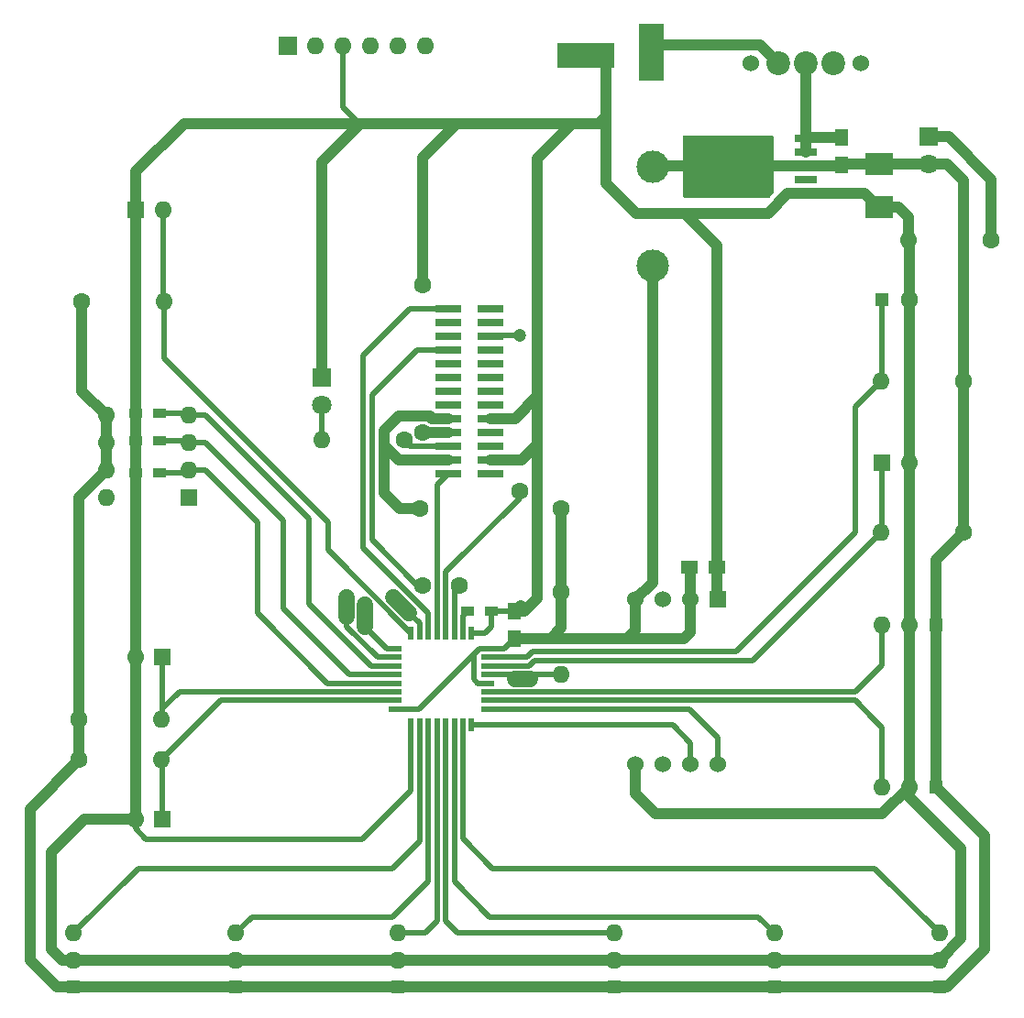
<source format=gbr>
G04 #@! TF.FileFunction,Copper,L2,Bot,Signal*
%FSLAX46Y46*%
G04 Gerber Fmt 4.6, Leading zero omitted, Abs format (unit mm)*
G04 Created by KiCad (PCBNEW 4.0.6) date 08/09/17 10:07:34*
%MOMM*%
%LPD*%
G01*
G04 APERTURE LIST*
%ADD10C,0.100000*%
%ADD11R,1.200000X0.600000*%
%ADD12R,0.600000X1.200000*%
%ADD13R,2.400000X0.750000*%
%ADD14R,1.524000X1.524000*%
%ADD15R,1.500000X1.250000*%
%ADD16R,1.250000X1.500000*%
%ADD17R,2.500000X2.000000*%
%ADD18R,1.800000X1.800000*%
%ADD19C,1.800000*%
%ADD20R,1.200000X1.200000*%
%ADD21C,1.600000*%
%ADD22R,1.600000X1.600000*%
%ADD23O,1.600000X1.600000*%
%ADD24R,1.200000X0.900000*%
%ADD25R,2.123950X0.680000*%
%ADD26R,3.749550X5.699760*%
%ADD27C,1.524000*%
%ADD28C,2.200000*%
%ADD29R,1.700000X1.700000*%
%ADD30C,3.000000*%
%ADD31C,1.200000*%
%ADD32C,1.000000*%
%ADD33C,0.500000*%
%ADD34C,0.400000*%
%ADD35C,1.500000*%
%ADD36C,0.254000*%
G04 APERTURE END LIST*
D10*
D11*
X98250000Y-129700000D03*
X98250000Y-130500000D03*
X98250000Y-131300000D03*
X98250000Y-132100000D03*
X98250000Y-132900000D03*
X98250000Y-133700000D03*
X98250000Y-134500000D03*
X98250000Y-135300000D03*
D12*
X96800000Y-136750000D03*
X96000000Y-136750000D03*
X95200000Y-136750000D03*
X94400000Y-136750000D03*
X93600000Y-136750000D03*
X92800000Y-136750000D03*
X92000000Y-136750000D03*
X91200000Y-136750000D03*
D11*
X89750000Y-135300000D03*
X89750000Y-134500000D03*
X89750000Y-133700000D03*
X89750000Y-132900000D03*
X89750000Y-132100000D03*
X89750000Y-131300000D03*
X89750000Y-130500000D03*
X89750000Y-129700000D03*
D12*
X91200000Y-128250000D03*
X92000000Y-128250000D03*
X92800000Y-128250000D03*
X93600000Y-128250000D03*
X94400000Y-128250000D03*
X95200000Y-128250000D03*
X96000000Y-128250000D03*
X96800000Y-128250000D03*
D13*
X94650000Y-98280000D03*
X98550000Y-98280000D03*
X94650000Y-99550000D03*
X98550000Y-99550000D03*
X94650000Y-100820000D03*
X98550000Y-100820000D03*
X94650000Y-102090000D03*
X98550000Y-102090000D03*
X94650000Y-103360000D03*
X98550000Y-103360000D03*
X94650000Y-104630000D03*
X98550000Y-104630000D03*
X94650000Y-105900000D03*
X98550000Y-105900000D03*
X94650000Y-107170000D03*
X98550000Y-107170000D03*
X94650000Y-108440000D03*
X98550000Y-108440000D03*
X94650000Y-109710000D03*
X98550000Y-109710000D03*
X94650000Y-110980000D03*
X98550000Y-110980000D03*
X94650000Y-112250000D03*
X98550000Y-112250000D03*
X94650000Y-113520000D03*
X98550000Y-113520000D03*
D14*
X113775000Y-76500000D03*
X113025000Y-76500000D03*
X113775000Y-75750000D03*
X113025000Y-75750000D03*
X113775000Y-75000000D03*
X113025000Y-75000000D03*
X113775000Y-74250000D03*
X113025000Y-74250000D03*
X113775000Y-73500000D03*
X113025000Y-73500000D03*
X113775000Y-72750000D03*
X113025000Y-72750000D03*
X109200000Y-75300000D03*
X108450000Y-75300000D03*
X107700000Y-75300000D03*
X106950000Y-75300000D03*
X106200000Y-75300000D03*
X105450000Y-75300000D03*
X109200000Y-74550000D03*
X108450000Y-74550000D03*
X107700000Y-74550000D03*
X106950000Y-74550000D03*
X106200000Y-74550000D03*
X105450000Y-74550000D03*
D15*
X119450000Y-122200000D03*
X116950000Y-122200000D03*
D16*
X100750000Y-128750000D03*
X100750000Y-126250000D03*
X131000000Y-82500000D03*
X131000000Y-85000000D03*
D17*
X134400000Y-88950000D03*
X134400000Y-84950000D03*
D18*
X82950000Y-104650000D03*
D19*
X82950000Y-107190000D03*
D20*
X134700000Y-97500000D03*
D21*
X137200000Y-97500000D03*
D22*
X68250000Y-145500000D03*
D23*
X65750000Y-145500000D03*
D24*
X68000000Y-108000000D03*
X65800000Y-108000000D03*
X68000000Y-110500000D03*
X65800000Y-110500000D03*
X68000000Y-113500000D03*
X65800000Y-113500000D03*
X98600000Y-126250000D03*
X96400000Y-126250000D03*
D22*
X70650000Y-115750000D03*
D23*
X63030000Y-108130000D03*
X70650000Y-113210000D03*
X63030000Y-110670000D03*
X70650000Y-110670000D03*
X63030000Y-113210000D03*
X70650000Y-108130000D03*
X63030000Y-115750000D03*
D22*
X65800000Y-89200000D03*
D23*
X68300000Y-89200000D03*
D25*
X127660451Y-87658549D03*
X127660451Y-85118549D03*
X127660451Y-86388549D03*
X127660451Y-83848549D03*
X127660451Y-82578549D03*
D26*
X118214951Y-85118029D03*
D27*
X122570000Y-75600000D03*
X132730000Y-75600000D03*
D28*
X127650000Y-75600000D03*
X125110000Y-75600000D03*
X130190000Y-75600000D03*
D27*
X111920000Y-140420000D03*
X114460000Y-140420000D03*
X117000000Y-140420000D03*
X119540000Y-140420000D03*
D14*
X119540000Y-125180000D03*
D27*
X117000000Y-125180000D03*
X114460000Y-125180000D03*
X111920000Y-125180000D03*
D29*
X79800000Y-74050000D03*
D23*
X82340000Y-74050000D03*
X84880000Y-74050000D03*
X87420000Y-74050000D03*
X89960000Y-74050000D03*
X92500000Y-74050000D03*
D22*
X134700000Y-112500000D03*
D23*
X137200000Y-112500000D03*
D22*
X68250000Y-130500000D03*
D23*
X65750000Y-130500000D03*
D18*
X139000000Y-82400000D03*
D19*
X139000000Y-84940000D03*
D20*
X110000000Y-161000000D03*
D23*
X110000000Y-158500000D03*
X110000000Y-156000000D03*
D20*
X139700000Y-127500000D03*
D23*
X137200000Y-127500000D03*
X134700000Y-127500000D03*
D20*
X60000000Y-161000000D03*
D23*
X60000000Y-158500000D03*
X60000000Y-156000000D03*
D20*
X75000000Y-161000000D03*
D23*
X75000000Y-158500000D03*
X75000000Y-156000000D03*
D20*
X90000000Y-161000000D03*
D23*
X90000000Y-158500000D03*
X90000000Y-156000000D03*
D20*
X124750000Y-161000000D03*
D23*
X124750000Y-158500000D03*
X124750000Y-156000000D03*
D20*
X140000000Y-161000000D03*
D23*
X140000000Y-158500000D03*
X140000000Y-156000000D03*
D20*
X139700000Y-142500000D03*
D23*
X137200000Y-142500000D03*
X134700000Y-142500000D03*
D21*
X105050000Y-124500000D03*
D23*
X105050000Y-132120000D03*
D21*
X60500000Y-140000000D03*
D23*
X68120000Y-140000000D03*
D21*
X60500000Y-136250000D03*
D23*
X68120000Y-136250000D03*
D21*
X60800000Y-97600000D03*
D23*
X68420000Y-97600000D03*
D21*
X142200000Y-105000000D03*
D23*
X134580000Y-105000000D03*
D21*
X142200000Y-119000000D03*
D23*
X134580000Y-119000000D03*
D21*
X144800000Y-91950000D03*
D23*
X137180000Y-91950000D03*
D21*
X90550000Y-110400000D03*
D23*
X82930000Y-110400000D03*
D21*
X92300000Y-96100000D03*
X92300000Y-109750000D03*
D30*
X113500000Y-94300000D03*
X113500000Y-85200000D03*
D21*
X105050000Y-116800000D03*
X92000000Y-116800000D03*
D31*
X101250000Y-100800000D03*
D21*
X101250000Y-115150000D03*
X92250000Y-123850000D03*
X95700000Y-123850000D03*
D32*
X125110000Y-75600000D02*
X123460000Y-73950000D01*
X123460000Y-73950000D02*
X114075000Y-73950000D01*
X114075000Y-73950000D02*
X113775000Y-74250000D01*
X113775000Y-74250000D02*
X113775000Y-75000000D01*
X119450000Y-122200000D02*
X119450000Y-92450000D01*
X119450000Y-92450000D02*
X116500000Y-89500000D01*
X126000000Y-87658549D02*
X124158549Y-89500000D01*
X126000000Y-87658549D02*
X127660451Y-87658549D01*
X124158549Y-89500000D02*
X116000000Y-89500000D01*
X109200000Y-86700000D02*
X109200000Y-80550000D01*
X116000000Y-89500000D02*
X112000000Y-89500000D01*
X112000000Y-89500000D02*
X109200000Y-86700000D01*
X137200000Y-142500000D02*
X134700000Y-145000000D01*
X113800000Y-145000000D02*
X111920000Y-143120000D01*
X134700000Y-145000000D02*
X113800000Y-145000000D01*
X137200000Y-143400000D02*
X142000000Y-148200000D01*
X142000000Y-156500000D02*
X140000000Y-158500000D01*
X142000000Y-148200000D02*
X142000000Y-156500000D01*
X58000000Y-149500000D02*
X58000000Y-148500000D01*
X58000000Y-148500000D02*
X61000000Y-145500000D01*
X58000000Y-157500000D02*
X58000000Y-149500000D01*
X65750000Y-145500000D02*
X61000000Y-145500000D01*
X59000000Y-158500000D02*
X60000000Y-158500000D01*
X59000000Y-158500000D02*
X58000000Y-157500000D01*
D33*
X84880000Y-74050000D02*
X84880000Y-79680000D01*
X86400000Y-81200000D02*
X86400000Y-81300000D01*
X84880000Y-79680000D02*
X86400000Y-81200000D01*
D32*
X94650000Y-109710000D02*
X92340000Y-109710000D01*
X92300000Y-84300000D02*
X95400000Y-81200000D01*
X92300000Y-96100000D02*
X92300000Y-84300000D01*
X92340000Y-109710000D02*
X92300000Y-109750000D01*
X98550000Y-112250000D02*
X101450000Y-112250000D01*
X101450000Y-112250000D02*
X102900000Y-110800000D01*
X98550000Y-108440000D02*
X100810000Y-108440000D01*
X100810000Y-108440000D02*
X102900000Y-106350000D01*
X100750000Y-126250000D02*
X101700000Y-126250000D01*
X102900000Y-84400000D02*
X106100000Y-81200000D01*
X102900000Y-125050000D02*
X102900000Y-110800000D01*
X102900000Y-110800000D02*
X102900000Y-106350000D01*
X102900000Y-106350000D02*
X102900000Y-84400000D01*
X101700000Y-126250000D02*
X102900000Y-125050000D01*
X109200000Y-75300000D02*
X109200000Y-80550000D01*
X109200000Y-80550000D02*
X108550000Y-81200000D01*
X82950000Y-85100000D02*
X82950000Y-84750000D01*
X82950000Y-84750000D02*
X86400000Y-81300000D01*
X86400000Y-81300000D02*
X86500000Y-81200000D01*
X82950000Y-90600000D02*
X82950000Y-85100000D01*
X82950000Y-104650000D02*
X82950000Y-90600000D01*
X82950000Y-90600000D02*
X82950000Y-90550000D01*
X93900000Y-81200000D02*
X86500000Y-81200000D01*
X103850000Y-81200000D02*
X95400000Y-81200000D01*
X95400000Y-81200000D02*
X93900000Y-81200000D01*
X108550000Y-81200000D02*
X106100000Y-81200000D01*
X106100000Y-81200000D02*
X103850000Y-81200000D01*
X86500000Y-81200000D02*
X84200000Y-81200000D01*
X84200000Y-81200000D02*
X70250000Y-81200000D01*
X70250000Y-81200000D02*
X65800000Y-85650000D01*
X65800000Y-85650000D02*
X65800000Y-89200000D01*
X107700000Y-75300000D02*
X108450000Y-75300000D01*
X101300000Y-125700000D02*
X100750000Y-126250000D01*
X137200000Y-97500000D02*
X137200000Y-91970000D01*
X137200000Y-91970000D02*
X137180000Y-91950000D01*
X137180000Y-91950000D02*
X137180000Y-89880000D01*
X134400000Y-88950000D02*
X136250000Y-88950000D01*
X136250000Y-88950000D02*
X137180000Y-89880000D01*
X137180000Y-97480000D02*
X137200000Y-97500000D01*
D33*
X91200000Y-136750000D02*
X91200000Y-142850000D01*
X65750000Y-146350000D02*
X65750000Y-145500000D01*
X66750000Y-147350000D02*
X65750000Y-146350000D01*
X86700000Y-147350000D02*
X66750000Y-147350000D01*
X91200000Y-142850000D02*
X86700000Y-147350000D01*
D32*
X119450000Y-122200000D02*
X119450000Y-125090000D01*
X119450000Y-125090000D02*
X119540000Y-125180000D01*
X127660451Y-87658549D02*
X133108549Y-87658549D01*
X133108549Y-87658549D02*
X134400000Y-88950000D01*
X111920000Y-140420000D02*
X111920000Y-143120000D01*
X137200000Y-142500000D02*
X137200000Y-143400000D01*
X65800000Y-89200000D02*
X65800000Y-108000000D01*
X65800000Y-113500000D02*
X65800000Y-130450000D01*
X65800000Y-130450000D02*
X65750000Y-130500000D01*
X65750000Y-130500000D02*
X65750000Y-145500000D01*
X137200000Y-97500000D02*
X137200000Y-112500000D01*
X137200000Y-127500000D02*
X137200000Y-112500000D01*
D33*
X91200000Y-136750000D02*
X91200000Y-136800000D01*
D32*
X60000000Y-158500000D02*
X75000000Y-158500000D01*
X75000000Y-158500000D02*
X90000000Y-158500000D01*
X90000000Y-158500000D02*
X110000000Y-158500000D01*
X110000000Y-158500000D02*
X124750000Y-158500000D01*
X124750000Y-158500000D02*
X140000000Y-158500000D01*
X137200000Y-127500000D02*
X137200000Y-142500000D01*
D33*
X96800000Y-128250000D02*
X98000000Y-128250000D01*
X98600000Y-127650000D02*
X98600000Y-126250000D01*
X98000000Y-128250000D02*
X98600000Y-127650000D01*
X100750000Y-126250000D02*
X98600000Y-126250000D01*
D32*
X65800000Y-108000000D02*
X65800000Y-110500000D01*
X65800000Y-110500000D02*
X65800000Y-113500000D01*
X118214951Y-85118029D02*
X113581971Y-85118029D01*
X113500000Y-123600000D02*
X111920000Y-125180000D01*
X113500000Y-94300000D02*
X113500000Y-123600000D01*
X113581971Y-85118029D02*
X113500000Y-85200000D01*
X127660451Y-85118549D02*
X118215471Y-85118549D01*
X118215471Y-85118549D02*
X118214951Y-85118029D01*
X144200000Y-157500000D02*
X144200000Y-147000000D01*
X144200000Y-157500000D02*
X140700000Y-161000000D01*
X140000000Y-161000000D02*
X140700000Y-161000000D01*
X144200000Y-147000000D02*
X139700000Y-142500000D01*
X58500000Y-161000000D02*
X56000000Y-158500000D01*
X56000000Y-144500000D02*
X60500000Y-140000000D01*
X56000000Y-158500000D02*
X56000000Y-144500000D01*
X94650000Y-108440000D02*
X93140000Y-108440000D01*
X88700000Y-109600000D02*
X88700000Y-110600000D01*
X90050000Y-108250000D02*
X88700000Y-109600000D01*
X92950000Y-108250000D02*
X90050000Y-108250000D01*
X93140000Y-108440000D02*
X92950000Y-108250000D01*
X105050000Y-124500000D02*
X105050000Y-116800000D01*
X105050000Y-124500000D02*
X105050000Y-127800000D01*
X105050000Y-127800000D02*
X104100000Y-128750000D01*
X118214951Y-85118029D02*
X116950000Y-86382980D01*
X88700000Y-110600000D02*
X88700000Y-115350000D01*
X90150000Y-116800000D02*
X92000000Y-116800000D01*
X88700000Y-115350000D02*
X90150000Y-116800000D01*
X91500000Y-112250000D02*
X90050000Y-112250000D01*
X90050000Y-112250000D02*
X88700000Y-110900000D01*
X94650000Y-112250000D02*
X91500000Y-112250000D01*
D33*
X88700000Y-110900000D02*
X88700000Y-110600000D01*
D32*
X118215471Y-85118549D02*
X118214951Y-85118029D01*
X139000000Y-84940000D02*
X140690000Y-84940000D01*
X142200000Y-86450000D02*
X142200000Y-90100000D01*
X140690000Y-84940000D02*
X142200000Y-86450000D01*
X134400000Y-84950000D02*
X138990000Y-84950000D01*
X142200000Y-90100000D02*
X142200000Y-105000000D01*
X142200000Y-88160000D02*
X142200000Y-90100000D01*
D33*
X89750000Y-135300000D02*
X91950000Y-135300000D01*
X91950000Y-135300000D02*
X97550000Y-129700000D01*
X97550000Y-129700000D02*
X98250000Y-129700000D01*
D32*
X116950000Y-122200000D02*
X117000000Y-122250000D01*
X117000000Y-122250000D02*
X117000000Y-125180000D01*
X118215471Y-85118549D02*
X118214951Y-85118029D01*
X127660451Y-85118549D02*
X130881451Y-85118549D01*
X130881451Y-85118549D02*
X131050000Y-84950000D01*
X131050000Y-84950000D02*
X134400000Y-84950000D01*
X117000000Y-125180000D02*
X117000000Y-128200000D01*
X116450000Y-128750000D02*
X114050000Y-128750000D01*
X117000000Y-128200000D02*
X116450000Y-128750000D01*
X111920000Y-125180000D02*
X111920000Y-128029998D01*
X111920000Y-128029998D02*
X111199998Y-128750000D01*
X111920000Y-125180000D02*
X111920000Y-125480000D01*
X100750000Y-128750000D02*
X104100000Y-128750000D01*
X104100000Y-128750000D02*
X108650000Y-128750000D01*
X108650000Y-128750000D02*
X111199998Y-128750000D01*
X111199998Y-128750000D02*
X114050000Y-128750000D01*
X117000000Y-125800000D02*
X117000000Y-125180000D01*
X117000000Y-125180000D02*
X117000000Y-125800000D01*
X60800000Y-97600000D02*
X60800000Y-105900000D01*
X60800000Y-105900000D02*
X63030000Y-108130000D01*
X60500000Y-136250000D02*
X60500000Y-115740000D01*
X60500000Y-115740000D02*
X63030000Y-113210000D01*
X60500000Y-136250000D02*
X60500000Y-140000000D01*
X142200000Y-105000000D02*
X142200000Y-119000000D01*
X142200000Y-119000000D02*
X139700000Y-121500000D01*
X139700000Y-121500000D02*
X139700000Y-127500000D01*
X60000000Y-161000000D02*
X58500000Y-161000000D01*
X63030000Y-108130000D02*
X63030000Y-110670000D01*
X63030000Y-110670000D02*
X63030000Y-113210000D01*
X90000000Y-161000000D02*
X110000000Y-161000000D01*
X110000000Y-161000000D02*
X124750000Y-161000000D01*
X124750000Y-161000000D02*
X140000000Y-161000000D01*
X60000000Y-161000000D02*
X75000000Y-161000000D01*
X75000000Y-161000000D02*
X90000000Y-161000000D01*
X139700000Y-127500000D02*
X139700000Y-142500000D01*
X100750000Y-128750000D02*
X102000000Y-128750000D01*
D33*
X98250000Y-129700000D02*
X99800000Y-129700000D01*
X99800000Y-129700000D02*
X100750000Y-128750000D01*
X98250000Y-132900000D02*
X97400000Y-132900000D01*
D34*
X97550000Y-129700000D02*
X98250000Y-129700000D01*
X97000000Y-130250000D02*
X97550000Y-129700000D01*
D33*
X97000000Y-132500000D02*
X97000000Y-130250000D01*
X97400000Y-132900000D02*
X97000000Y-132500000D01*
D32*
X127660451Y-82578549D02*
X127660451Y-75610451D01*
X127660451Y-75610451D02*
X127650000Y-75600000D01*
X127660451Y-83848549D02*
X127660451Y-82578549D01*
X127660451Y-82578549D02*
X127739000Y-82500000D01*
X127739000Y-82500000D02*
X131000000Y-82500000D01*
D33*
X82950000Y-107190000D02*
X82950000Y-110380000D01*
X82950000Y-110380000D02*
X82930000Y-110400000D01*
X100750000Y-130500000D02*
X101900000Y-130500000D01*
X121200000Y-130000000D02*
X132200000Y-119000000D01*
X102400000Y-130000000D02*
X121200000Y-130000000D01*
X101900000Y-130500000D02*
X102400000Y-130000000D01*
X98250000Y-130500000D02*
X100750000Y-130500000D01*
X132200000Y-107380000D02*
X134700000Y-104880000D01*
X132200000Y-119000000D02*
X132200000Y-107380000D01*
X134700000Y-97500000D02*
X134700000Y-104880000D01*
X89750000Y-134500000D02*
X73620000Y-134500000D01*
X73620000Y-134500000D02*
X68120000Y-140000000D01*
X68250000Y-145500000D02*
X68250000Y-140130000D01*
X68250000Y-140130000D02*
X68120000Y-140000000D01*
X122400000Y-130800000D02*
X122780000Y-130800000D01*
X122780000Y-130800000D02*
X134580000Y-119000000D01*
X101200000Y-131300000D02*
X102100000Y-131300000D01*
X102600000Y-130800000D02*
X122400000Y-130800000D01*
X102100000Y-131300000D02*
X102600000Y-130800000D01*
X101000000Y-131300000D02*
X101200000Y-131300000D01*
X98250000Y-131300000D02*
X101000000Y-131300000D01*
X134700000Y-112500000D02*
X134700000Y-118880000D01*
X134700000Y-118880000D02*
X134580000Y-119000000D01*
X89750000Y-133700000D02*
X69800000Y-133700000D01*
X69800000Y-133700000D02*
X68250000Y-135250000D01*
X68250000Y-130500000D02*
X68250000Y-135250000D01*
X68250000Y-135250000D02*
X68250000Y-136120000D01*
X68250000Y-136120000D02*
X68120000Y-136250000D01*
X98250000Y-133700000D02*
X132250000Y-133700000D01*
X134700000Y-131250000D02*
X134700000Y-127500000D01*
X132250000Y-133700000D02*
X134700000Y-131250000D01*
X131000000Y-134500000D02*
X98250000Y-134500000D01*
X133950000Y-136250000D02*
X134700000Y-137000000D01*
X134700000Y-137000000D02*
X134700000Y-137250000D01*
X131450000Y-134500000D02*
X132200000Y-134500000D01*
X134700000Y-138000000D02*
X134700000Y-142500000D01*
X134700000Y-137250000D02*
X134700000Y-138000000D01*
X132200000Y-134500000D02*
X133950000Y-136250000D01*
X130950000Y-134500000D02*
X131000000Y-134500000D01*
X131000000Y-134500000D02*
X131450000Y-134500000D01*
X130000000Y-150000000D02*
X134000000Y-150000000D01*
X134000000Y-150000000D02*
X140000000Y-156000000D01*
X122500000Y-150000000D02*
X130000000Y-150000000D01*
X96000000Y-140000000D02*
X96000000Y-147250000D01*
X98750000Y-150000000D02*
X122500000Y-150000000D01*
X96000000Y-147250000D02*
X98750000Y-150000000D01*
X96000000Y-136750000D02*
X96000000Y-140000000D01*
X119000000Y-154500000D02*
X123250000Y-154500000D01*
X123250000Y-154500000D02*
X124750000Y-156000000D01*
X95200000Y-150750000D02*
X95200000Y-151200000D01*
X98500000Y-154500000D02*
X119000000Y-154500000D01*
X119000000Y-154500000D02*
X118750000Y-154500000D01*
X95200000Y-151200000D02*
X98500000Y-154500000D01*
X95200000Y-143500000D02*
X95200000Y-150750000D01*
X95200000Y-136750000D02*
X95200000Y-143500000D01*
X94400000Y-154900000D02*
X95500000Y-156000000D01*
X94400000Y-136750000D02*
X94400000Y-154900000D01*
X95500000Y-156000000D02*
X110000000Y-156000000D01*
X89500000Y-154500000D02*
X76500000Y-154500000D01*
X92800000Y-151200000D02*
X89500000Y-154500000D01*
X92800000Y-136750000D02*
X92800000Y-151200000D01*
X76500000Y-154500000D02*
X75000000Y-156000000D01*
X66000000Y-150000000D02*
X60000000Y-156000000D01*
X92000000Y-136750000D02*
X92000000Y-147500000D01*
X92000000Y-147500000D02*
X89500000Y-150000000D01*
X89500000Y-150000000D02*
X66000000Y-150000000D01*
X93600000Y-154900000D02*
X92500000Y-156000000D01*
X93600000Y-136750000D02*
X93600000Y-154900000D01*
X92500000Y-156000000D02*
X90000000Y-156000000D01*
X89750000Y-129700000D02*
X88950000Y-129700000D01*
D35*
X86950000Y-127700000D02*
X86950000Y-125650000D01*
D33*
X88950000Y-129700000D02*
X86950000Y-127700000D01*
X89750000Y-130500000D02*
X88100000Y-130500000D01*
D35*
X85250000Y-126750000D02*
X85250000Y-125000000D01*
D33*
X85250000Y-127650000D02*
X85250000Y-126750000D01*
X88100000Y-130500000D02*
X85250000Y-127650000D01*
X100850000Y-132100000D02*
X100850000Y-132500000D01*
D35*
X100850000Y-132500000D02*
X102200000Y-132500000D01*
D33*
X98250000Y-132100000D02*
X100850000Y-132100000D01*
X100850000Y-132100000D02*
X105030000Y-132100000D01*
X105030000Y-132100000D02*
X105050000Y-132120000D01*
X98270000Y-132120000D02*
X98250000Y-132100000D01*
X92000000Y-128250000D02*
X92000000Y-127350000D01*
D35*
X91050000Y-126400000D02*
X89600000Y-124950000D01*
D33*
X92000000Y-127350000D02*
X91050000Y-126400000D01*
X81875000Y-116325000D02*
X83550000Y-118000000D01*
X83550000Y-120600000D02*
X91200000Y-128250000D01*
X83550000Y-118000000D02*
X83550000Y-120600000D01*
X68420000Y-97600000D02*
X68420000Y-102870000D01*
X68420000Y-102870000D02*
X81875000Y-116325000D01*
X68300000Y-89200000D02*
X68300000Y-97480000D01*
X68300000Y-97480000D02*
X68420000Y-97600000D01*
X72200000Y-113210000D02*
X77000000Y-118010000D01*
X77000000Y-118010000D02*
X77000000Y-126400000D01*
X83700000Y-132900000D02*
X83500000Y-132900000D01*
X88000000Y-132900000D02*
X87400000Y-132900000D01*
X89750000Y-132900000D02*
X88000000Y-132900000D01*
X72200000Y-113210000D02*
X70650000Y-113210000D01*
X83700000Y-132900000D02*
X87400000Y-132900000D01*
X83500000Y-132900000D02*
X77000000Y-126400000D01*
X68000000Y-113500000D02*
X70360000Y-113500000D01*
D34*
X70360000Y-113500000D02*
X70650000Y-113210000D01*
D33*
X72200000Y-110670000D02*
X79400000Y-117870000D01*
X79400000Y-117870000D02*
X79400000Y-126000000D01*
X70650000Y-110670000D02*
X72200000Y-110670000D01*
X79400000Y-126000000D02*
X85500000Y-132100000D01*
X85500000Y-132100000D02*
X89750000Y-132100000D01*
X68000000Y-110500000D02*
X70480000Y-110500000D01*
D34*
X70480000Y-110500000D02*
X70650000Y-110670000D01*
D33*
X72200000Y-108130000D02*
X81800000Y-117730000D01*
X81800000Y-117730000D02*
X81800000Y-125600000D01*
X88500000Y-131300000D02*
X87500000Y-131300000D01*
X87500000Y-131300000D02*
X81800000Y-125600000D01*
X89750000Y-131300000D02*
X88500000Y-131300000D01*
X81800000Y-125600000D02*
X81800000Y-123800000D01*
X70650000Y-108130000D02*
X72200000Y-108130000D01*
X81800000Y-123800000D02*
X81800000Y-124600000D01*
X68000000Y-108000000D02*
X70520000Y-108000000D01*
D34*
X70520000Y-108000000D02*
X70650000Y-108130000D01*
D33*
X101250000Y-115150000D02*
X101250000Y-115800000D01*
X94400000Y-122650000D02*
X94400000Y-123950000D01*
X101250000Y-115800000D02*
X94400000Y-122650000D01*
X94400000Y-126050000D02*
X94400000Y-123950000D01*
X94400000Y-128250000D02*
X94400000Y-126050000D01*
X101250000Y-100800000D02*
X98570000Y-100800000D01*
X98570000Y-100800000D02*
X98550000Y-100820000D01*
X95200000Y-128250000D02*
X95200000Y-124350000D01*
X87600000Y-106250000D02*
X91760000Y-102090000D01*
X87600000Y-119650000D02*
X87600000Y-106250000D01*
X91760000Y-102090000D02*
X94650000Y-102090000D01*
X91800000Y-123850000D02*
X87600000Y-119650000D01*
X92250000Y-123850000D02*
X91800000Y-123850000D01*
X95200000Y-124350000D02*
X95700000Y-123850000D01*
X92800000Y-128250000D02*
X92800000Y-126400000D01*
X86800000Y-102600000D02*
X88550000Y-100850000D01*
X86800000Y-120400000D02*
X86800000Y-102600000D01*
X92800000Y-126400000D02*
X86800000Y-120400000D01*
X88550000Y-100850000D02*
X91120000Y-98280000D01*
X91120000Y-98280000D02*
X94650000Y-98280000D01*
X93600000Y-128250000D02*
X93600000Y-114570000D01*
X93600000Y-114570000D02*
X94650000Y-113520000D01*
X96000000Y-128250000D02*
X96000000Y-126650000D01*
X96000000Y-126650000D02*
X96400000Y-126250000D01*
X117000000Y-140420000D02*
X117000000Y-138400000D01*
X115350000Y-136750000D02*
X96800000Y-136750000D01*
X117000000Y-138400000D02*
X115350000Y-136750000D01*
X98250000Y-135300000D02*
X116900000Y-135300000D01*
X119540000Y-137940000D02*
X119540000Y-140420000D01*
X116900000Y-135300000D02*
X119540000Y-137940000D01*
D32*
X139000000Y-82400000D02*
X140850000Y-82400000D01*
X144800000Y-86350000D02*
X144800000Y-91950000D01*
X140850000Y-82400000D02*
X144800000Y-86350000D01*
D33*
X90550000Y-110400000D02*
X91130000Y-110980000D01*
X91130000Y-110980000D02*
X94650000Y-110980000D01*
X90580000Y-110430000D02*
X90550000Y-110400000D01*
X94650000Y-110980000D02*
X94570000Y-111060000D01*
D36*
G36*
X124573000Y-87480417D02*
X124180417Y-87873000D01*
X116427000Y-87873000D01*
X116427000Y-82427000D01*
X124573000Y-82427000D01*
X124573000Y-87480417D01*
X124573000Y-87480417D01*
G37*
X124573000Y-87480417D02*
X124180417Y-87873000D01*
X116427000Y-87873000D01*
X116427000Y-82427000D01*
X124573000Y-82427000D01*
X124573000Y-87480417D01*
M02*

</source>
